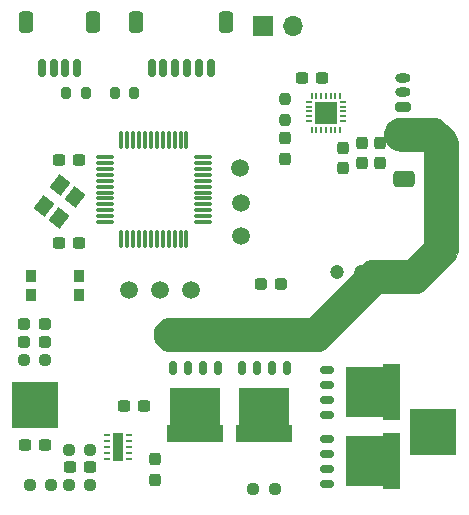
<source format=gbr>
%TF.GenerationSoftware,KiCad,Pcbnew,8.0.3-8.0.3-0~ubuntu22.04.1*%
%TF.CreationDate,2024-06-15T18:18:28-06:00*%
%TF.ProjectId,stm32g070 and DRV8311 single motor board - V1 Alpha,73746d33-3267-4303-9730-20616e642044,rev?*%
%TF.SameCoordinates,Original*%
%TF.FileFunction,Soldermask,Top*%
%TF.FilePolarity,Negative*%
%FSLAX46Y46*%
G04 Gerber Fmt 4.6, Leading zero omitted, Abs format (unit mm)*
G04 Created by KiCad (PCBNEW 8.0.3-8.0.3-0~ubuntu22.04.1) date 2024-06-15 18:18:28*
%MOMM*%
%LPD*%
G01*
G04 APERTURE LIST*
G04 Aperture macros list*
%AMRoundRect*
0 Rectangle with rounded corners*
0 $1 Rounding radius*
0 $2 $3 $4 $5 $6 $7 $8 $9 X,Y pos of 4 corners*
0 Add a 4 corners polygon primitive as box body*
4,1,4,$2,$3,$4,$5,$6,$7,$8,$9,$2,$3,0*
0 Add four circle primitives for the rounded corners*
1,1,$1+$1,$2,$3*
1,1,$1+$1,$4,$5*
1,1,$1+$1,$6,$7*
1,1,$1+$1,$8,$9*
0 Add four rect primitives between the rounded corners*
20,1,$1+$1,$2,$3,$4,$5,0*
20,1,$1+$1,$4,$5,$6,$7,0*
20,1,$1+$1,$6,$7,$8,$9,0*
20,1,$1+$1,$8,$9,$2,$3,0*%
%AMRotRect*
0 Rectangle, with rotation*
0 The origin of the aperture is its center*
0 $1 length*
0 $2 width*
0 $3 Rotation angle, in degrees counterclockwise*
0 Add horizontal line*
21,1,$1,$2,0,0,$3*%
%AMFreePoly0*
4,1,9,2.100000,-2.000000,2.350000,-2.000000,2.350000,-3.500000,-2.350000,-3.500000,-2.350000,-2.000000,-2.100000,-2.000000,-2.100000,1.100000,2.100000,1.100000,2.100000,-2.000000,2.100000,-2.000000,$1*%
G04 Aperture macros list end*
%ADD10C,0.100000*%
%ADD11RoundRect,0.237500X-0.250000X-0.237500X0.250000X-0.237500X0.250000X0.237500X-0.250000X0.237500X0*%
%ADD12RoundRect,0.237500X-0.300000X-0.237500X0.300000X-0.237500X0.300000X0.237500X-0.300000X0.237500X0*%
%ADD13RotRect,1.400000X1.200000X52.000000*%
%ADD14C,1.500000*%
%ADD15RoundRect,0.237500X-0.287500X-0.237500X0.287500X-0.237500X0.287500X0.237500X-0.287500X0.237500X0*%
%ADD16RoundRect,0.075000X-0.662500X-0.075000X0.662500X-0.075000X0.662500X0.075000X-0.662500X0.075000X0*%
%ADD17RoundRect,0.075000X-0.075000X-0.662500X0.075000X-0.662500X0.075000X0.662500X-0.075000X0.662500X0*%
%ADD18RoundRect,0.237500X0.237500X-0.300000X0.237500X0.300000X-0.237500X0.300000X-0.237500X-0.300000X0*%
%ADD19RoundRect,0.237500X-0.237500X0.300000X-0.237500X-0.300000X0.237500X-0.300000X0.237500X0.300000X0*%
%ADD20RoundRect,0.150000X0.150000X0.625000X-0.150000X0.625000X-0.150000X-0.625000X0.150000X-0.625000X0*%
%ADD21RoundRect,0.250000X0.350000X0.650000X-0.350000X0.650000X-0.350000X-0.650000X0.350000X-0.650000X0*%
%ADD22RoundRect,0.200000X0.450000X-0.200000X0.450000X0.200000X-0.450000X0.200000X-0.450000X-0.200000X0*%
%ADD23O,1.300000X0.800000*%
%ADD24C,1.200000*%
%ADD25RoundRect,0.237500X0.287500X0.237500X-0.287500X0.237500X-0.287500X-0.237500X0.287500X-0.237500X0*%
%ADD26RoundRect,0.062500X-0.187500X-0.062500X0.187500X-0.062500X0.187500X0.062500X-0.187500X0.062500X0*%
%ADD27C,0.600000*%
%ADD28R,0.840000X2.400000*%
%ADD29R,1.700000X1.700000*%
%ADD30O,1.700000X1.700000*%
%ADD31R,0.200000X0.469999*%
%ADD32R,0.469999X0.200000*%
%ADD33R,1.899999X1.899999*%
%ADD34RoundRect,0.237500X0.250000X0.237500X-0.250000X0.237500X-0.250000X-0.237500X0.250000X-0.237500X0*%
%ADD35RoundRect,0.175000X0.400000X-0.175000X0.400000X0.175000X-0.400000X0.175000X-0.400000X-0.175000X0*%
%ADD36FreePoly0,90.000000*%
%ADD37RoundRect,0.175000X-0.175000X-0.400000X0.175000X-0.400000X0.175000X0.400000X-0.175000X0.400000X0*%
%ADD38FreePoly0,0.000000*%
%ADD39R,4.000000X4.000000*%
%ADD40RoundRect,0.237500X0.300000X0.237500X-0.300000X0.237500X-0.300000X-0.237500X0.300000X-0.237500X0*%
%ADD41R,0.900000X1.000000*%
%ADD42RoundRect,0.237500X-0.237500X0.250000X-0.237500X-0.250000X0.237500X-0.250000X0.237500X0.250000X0*%
%ADD43RoundRect,0.200000X-0.200000X-0.275000X0.200000X-0.275000X0.200000X0.275000X-0.200000X0.275000X0*%
%ADD44RoundRect,0.250000X-0.650000X0.412500X-0.650000X-0.412500X0.650000X-0.412500X0.650000X0.412500X0*%
%ADD45RoundRect,0.200000X0.200000X0.275000X-0.200000X0.275000X-0.200000X-0.275000X0.200000X-0.275000X0*%
G04 APERTURE END LIST*
D10*
X158979576Y-97793455D02*
X159197642Y-97827994D01*
X159407620Y-97896219D01*
X159604339Y-97996453D01*
X159782958Y-98126227D01*
X160601584Y-98938719D01*
X160676576Y-99019845D01*
X160724441Y-99085726D01*
X160806349Y-99198463D01*
X160906583Y-99395182D01*
X160906583Y-99395183D01*
X160974809Y-99605160D01*
X161009347Y-99823226D01*
X161013684Y-108958618D01*
X161009347Y-109069010D01*
X160974808Y-109287076D01*
X160906583Y-109497054D01*
X160806349Y-109693773D01*
X160676575Y-109872392D01*
X158301583Y-112253517D01*
X158220458Y-112328509D01*
X158041839Y-112458283D01*
X157845120Y-112558517D01*
X157635142Y-112626742D01*
X157417076Y-112661281D01*
X154484669Y-112664903D01*
X150001583Y-117153517D01*
X149920458Y-117228509D01*
X149741839Y-117358283D01*
X149545120Y-117458517D01*
X149335142Y-117526742D01*
X149117076Y-117561281D01*
X136706684Y-117565618D01*
X136596292Y-117561281D01*
X136378226Y-117526742D01*
X136168248Y-117458517D01*
X135971529Y-117358283D01*
X135792911Y-117228509D01*
X135636793Y-117072391D01*
X135507019Y-116893773D01*
X135406785Y-116697054D01*
X135338560Y-116487076D01*
X135304021Y-116269010D01*
X135304021Y-116048226D01*
X135338560Y-115830160D01*
X135406785Y-115620182D01*
X135507019Y-115423463D01*
X135636793Y-115244845D01*
X135792911Y-115088727D01*
X135971529Y-114958953D01*
X136168248Y-114858719D01*
X136378226Y-114790494D01*
X136596292Y-114755955D01*
X148429210Y-114751819D01*
X152911784Y-110263719D01*
X152992910Y-110188727D01*
X153068074Y-110134117D01*
X153171529Y-110058953D01*
X153368248Y-109958719D01*
X153578226Y-109890494D01*
X153796292Y-109855955D01*
X156728035Y-109852332D01*
X158203690Y-108372867D01*
X158200000Y-100600000D01*
X156206684Y-100603118D01*
X156096292Y-100598781D01*
X155878226Y-100564242D01*
X155668248Y-100496017D01*
X155471529Y-100395783D01*
X155292911Y-100266009D01*
X155136793Y-100109891D01*
X155007019Y-99931273D01*
X154906785Y-99734554D01*
X154838560Y-99524576D01*
X154804021Y-99306510D01*
X154804021Y-99085726D01*
X154838560Y-98867660D01*
X154906785Y-98657682D01*
X155007019Y-98460963D01*
X155136793Y-98282345D01*
X155292911Y-98126227D01*
X155471529Y-97996453D01*
X155668248Y-97896219D01*
X155878226Y-97827994D01*
X156096292Y-97793455D01*
X158869184Y-97789118D01*
X158979576Y-97793455D01*
G36*
X158979576Y-97793455D02*
G01*
X159197642Y-97827994D01*
X159407620Y-97896219D01*
X159604339Y-97996453D01*
X159782958Y-98126227D01*
X160601584Y-98938719D01*
X160676576Y-99019845D01*
X160724441Y-99085726D01*
X160806349Y-99198463D01*
X160906583Y-99395182D01*
X160906583Y-99395183D01*
X160974809Y-99605160D01*
X161009347Y-99823226D01*
X161013684Y-108958618D01*
X161009347Y-109069010D01*
X160974808Y-109287076D01*
X160906583Y-109497054D01*
X160806349Y-109693773D01*
X160676575Y-109872392D01*
X158301583Y-112253517D01*
X158220458Y-112328509D01*
X158041839Y-112458283D01*
X157845120Y-112558517D01*
X157635142Y-112626742D01*
X157417076Y-112661281D01*
X154484669Y-112664903D01*
X150001583Y-117153517D01*
X149920458Y-117228509D01*
X149741839Y-117358283D01*
X149545120Y-117458517D01*
X149335142Y-117526742D01*
X149117076Y-117561281D01*
X136706684Y-117565618D01*
X136596292Y-117561281D01*
X136378226Y-117526742D01*
X136168248Y-117458517D01*
X135971529Y-117358283D01*
X135792911Y-117228509D01*
X135636793Y-117072391D01*
X135507019Y-116893773D01*
X135406785Y-116697054D01*
X135338560Y-116487076D01*
X135304021Y-116269010D01*
X135304021Y-116048226D01*
X135338560Y-115830160D01*
X135406785Y-115620182D01*
X135507019Y-115423463D01*
X135636793Y-115244845D01*
X135792911Y-115088727D01*
X135971529Y-114958953D01*
X136168248Y-114858719D01*
X136378226Y-114790494D01*
X136596292Y-114755955D01*
X148429210Y-114751819D01*
X152911784Y-110263719D01*
X152992910Y-110188727D01*
X153068074Y-110134117D01*
X153171529Y-110058953D01*
X153368248Y-109958719D01*
X153578226Y-109890494D01*
X153796292Y-109855955D01*
X156728035Y-109852332D01*
X158203690Y-108372867D01*
X158200000Y-100600000D01*
X156206684Y-100603118D01*
X156096292Y-100598781D01*
X155878226Y-100564242D01*
X155668248Y-100496017D01*
X155471529Y-100395783D01*
X155292911Y-100266009D01*
X155136793Y-100109891D01*
X155007019Y-99931273D01*
X154906785Y-99734554D01*
X154838560Y-99524576D01*
X154804021Y-99306510D01*
X154804021Y-99085726D01*
X154838560Y-98867660D01*
X154906785Y-98657682D01*
X155007019Y-98460963D01*
X155136793Y-98282345D01*
X155292911Y-98126227D01*
X155471529Y-97996453D01*
X155668248Y-97896219D01*
X155878226Y-97827994D01*
X156096292Y-97793455D01*
X158869184Y-97789118D01*
X158979576Y-97793455D01*
G37*
D11*
%TO.C,R12*%
X128100000Y-125900000D03*
X129925000Y-125900000D03*
%TD*%
D12*
%TO.C,C3*%
X127237500Y-101400000D03*
X128962500Y-101400000D03*
%TD*%
D13*
%TO.C,Y1*%
X127292582Y-106290124D03*
X128647036Y-104556501D03*
X127307418Y-103509876D03*
X125952964Y-105243499D03*
%TD*%
D14*
%TO.C,TP12*%
X138400000Y-112400000D03*
%TD*%
%TO.C,TP11*%
X135800000Y-112400000D03*
%TD*%
D15*
%TO.C,D2*%
X124337500Y-116800000D03*
X126087500Y-116800000D03*
%TD*%
D16*
%TO.C,U1*%
X131137500Y-101136000D03*
X131137500Y-101636000D03*
X131137500Y-102136000D03*
X131137500Y-102636000D03*
X131137500Y-103136000D03*
X131137500Y-103636000D03*
X131137500Y-104136000D03*
X131137500Y-104636000D03*
X131137500Y-105136000D03*
X131137500Y-105636000D03*
X131137500Y-106136000D03*
X131137500Y-106636000D03*
D17*
X132550000Y-108048500D03*
X133050000Y-108048500D03*
X133550000Y-108048500D03*
X134050000Y-108048500D03*
X134550000Y-108048500D03*
X135050000Y-108048500D03*
X135550000Y-108048500D03*
X136050000Y-108048500D03*
X136550000Y-108048500D03*
X137050000Y-108048500D03*
X137550000Y-108048500D03*
X138050000Y-108048500D03*
D16*
X139462500Y-106636000D03*
X139462500Y-106136000D03*
X139462500Y-105636000D03*
X139462500Y-105136000D03*
X139462500Y-104636000D03*
X139462500Y-104136000D03*
X139462500Y-103636000D03*
X139462500Y-103136000D03*
X139462500Y-102636000D03*
X139462500Y-102136000D03*
X139462500Y-101636000D03*
X139462500Y-101136000D03*
D17*
X138050000Y-99723500D03*
X137550000Y-99723500D03*
X137050000Y-99723500D03*
X136550000Y-99723500D03*
X136050000Y-99723500D03*
X135550000Y-99723500D03*
X135050000Y-99723500D03*
X134550000Y-99723500D03*
X134050000Y-99723500D03*
X133550000Y-99723500D03*
X133050000Y-99723500D03*
X132550000Y-99723500D03*
%TD*%
D18*
%TO.C,C10*%
X146400000Y-101262501D03*
X146400000Y-99537499D03*
%TD*%
D19*
%TO.C,C7*%
X152900000Y-99937499D03*
X152900000Y-101662501D03*
%TD*%
D20*
%TO.C,J1*%
X128800000Y-93600000D03*
X127800000Y-93600000D03*
X126800000Y-93600000D03*
X125800000Y-93600000D03*
D21*
X130100000Y-89725000D03*
X124500000Y-89725000D03*
%TD*%
D22*
%TO.C,J3*%
X156400000Y-96900000D03*
D23*
X156400000Y-95650000D03*
X156400000Y-94400000D03*
%TD*%
D24*
%TO.C,C15*%
X152800000Y-110900000D03*
X150800000Y-110900000D03*
%TD*%
D12*
%TO.C,C17*%
X128150000Y-127400000D03*
X129875000Y-127400000D03*
%TD*%
D11*
%TO.C,R4*%
X143687500Y-129200000D03*
X145512500Y-129200000D03*
%TD*%
D25*
%TO.C,D1*%
X126050000Y-115300000D03*
X124300000Y-115300000D03*
%TD*%
D26*
%TO.C,U4*%
X131312500Y-124687500D03*
X131312500Y-125187500D03*
X131312500Y-125687500D03*
X131312500Y-126187500D03*
X131312500Y-126687500D03*
X133212500Y-126687500D03*
X133212500Y-126187500D03*
X133212500Y-125687500D03*
X133212500Y-125187500D03*
X133212500Y-124687500D03*
D27*
X132262500Y-124737500D03*
X132262500Y-125687500D03*
D28*
X132262500Y-125687500D03*
D27*
X132262500Y-126637500D03*
%TD*%
D29*
%TO.C,J4*%
X144525000Y-90000000D03*
D30*
X147065000Y-90000000D03*
%TD*%
D25*
%TO.C,D3*%
X146075000Y-111900000D03*
X144325000Y-111900000D03*
%TD*%
D31*
%TO.C,U2*%
X148662499Y-98865001D03*
X149062498Y-98865001D03*
X149462500Y-98865001D03*
X149862499Y-98865001D03*
X150262498Y-98865001D03*
X150662500Y-98865001D03*
X151062499Y-98865001D03*
D32*
X151327500Y-98070001D03*
X151327500Y-97669999D03*
X151327500Y-97270000D03*
X151327500Y-96870001D03*
X151327500Y-96469999D03*
D31*
X151062499Y-95934999D03*
X150662500Y-95934999D03*
X150262498Y-95934999D03*
X149862499Y-95934999D03*
X149462500Y-95934999D03*
X149062498Y-95934999D03*
X148662499Y-95934999D03*
D32*
X148397498Y-96469999D03*
X148397498Y-96870001D03*
X148397498Y-97270000D03*
X148397498Y-97669999D03*
X148397498Y-98070001D03*
D27*
X149162498Y-98100001D03*
X150562500Y-98100001D03*
D33*
X149862499Y-97400000D03*
D27*
X149862499Y-97374600D03*
X149162498Y-96699999D03*
X150562500Y-96699999D03*
%TD*%
D19*
%TO.C,C9*%
X154400000Y-99937500D03*
X154400000Y-101662500D03*
%TD*%
D34*
%TO.C,R13*%
X126112500Y-118300000D03*
X124287500Y-118300000D03*
%TD*%
D14*
%TO.C,TP8*%
X142700000Y-105000000D03*
%TD*%
D35*
%TO.C,Q2*%
X149925000Y-124995000D03*
X149925000Y-126265000D03*
X149925000Y-127535000D03*
X149925000Y-128805000D03*
D36*
X152650000Y-126900000D03*
%TD*%
D14*
%TO.C,TP9*%
X142600000Y-102100000D03*
%TD*%
D37*
%TO.C,Q4*%
X146530000Y-119025000D03*
X145260000Y-119025000D03*
X143990000Y-119025000D03*
X142720000Y-119025000D03*
D38*
X144625000Y-121750000D03*
%TD*%
D34*
%TO.C,R11*%
X126625000Y-128900000D03*
X124800000Y-128900000D03*
%TD*%
D39*
%TO.C,H1*%
X158900000Y-124400000D03*
%TD*%
D40*
%TO.C,C5*%
X149562500Y-94400000D03*
X147837500Y-94400000D03*
%TD*%
D14*
%TO.C,TP10*%
X133200000Y-112400000D03*
%TD*%
D20*
%TO.C,J2*%
X140100000Y-93600000D03*
X139100000Y-93600000D03*
X138100000Y-93600000D03*
X137100000Y-93600000D03*
X136100000Y-93600000D03*
X135100000Y-93600000D03*
D21*
X141400000Y-89725000D03*
X133800000Y-89725000D03*
%TD*%
D41*
%TO.C,SW1*%
X128950000Y-112800000D03*
X124850000Y-112800000D03*
X128950000Y-111200000D03*
X124850000Y-111200000D03*
%TD*%
D39*
%TO.C,H3*%
X125212500Y-122100000D03*
%TD*%
D18*
%TO.C,C16*%
X135400000Y-128462500D03*
X135400000Y-126737500D03*
%TD*%
D42*
%TO.C,R2*%
X146400000Y-96187500D03*
X146400000Y-98012500D03*
%TD*%
D34*
%TO.C,R10*%
X129925000Y-128900000D03*
X128100000Y-128900000D03*
%TD*%
D40*
%TO.C,C14*%
X134462500Y-122200000D03*
X132737500Y-122200000D03*
%TD*%
D12*
%TO.C,C4*%
X127237500Y-108400000D03*
X128962500Y-108400000D03*
%TD*%
D19*
%TO.C,C6*%
X151300000Y-100337499D03*
X151300000Y-102062501D03*
%TD*%
D43*
%TO.C,R16*%
X131975000Y-95700000D03*
X133625000Y-95700000D03*
%TD*%
D35*
%TO.C,Q1*%
X149925000Y-119160000D03*
X149925000Y-120430000D03*
X149925000Y-121700000D03*
X149925000Y-122970000D03*
D36*
X152650000Y-121065000D03*
%TD*%
D44*
%TO.C,C8*%
X156500000Y-99837500D03*
X156500000Y-102962500D03*
%TD*%
D37*
%TO.C,Q3*%
X140700000Y-119025000D03*
X139430000Y-119025000D03*
X138160000Y-119025000D03*
X136890000Y-119025000D03*
D38*
X138795000Y-121750000D03*
%TD*%
D40*
%TO.C,C13*%
X126075000Y-125500000D03*
X124350000Y-125500000D03*
%TD*%
D45*
%TO.C,R15*%
X129525000Y-95700000D03*
X127875000Y-95700000D03*
%TD*%
D14*
%TO.C,TP7*%
X142700000Y-107800000D03*
%TD*%
M02*

</source>
